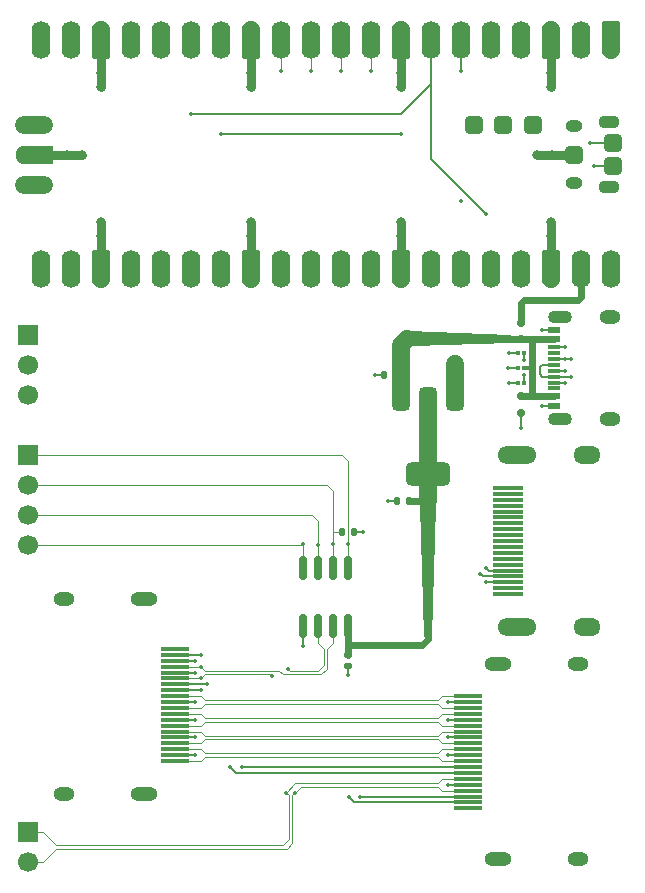
<source format=gbr>
%TF.GenerationSoftware,KiCad,Pcbnew,9.0.1*%
%TF.CreationDate,2025-08-01T22:35:37-04:00*%
%TF.ProjectId,hardwareddc-aux-breakout,68617264-7761-4726-9564-64632d617578,rev?*%
%TF.SameCoordinates,Original*%
%TF.FileFunction,Copper,L1,Top*%
%TF.FilePolarity,Positive*%
%FSLAX46Y46*%
G04 Gerber Fmt 4.6, Leading zero omitted, Abs format (unit mm)*
G04 Created by KiCad (PCBNEW 9.0.1) date 2025-08-01 22:35:37*
%MOMM*%
%LPD*%
G01*
G04 APERTURE LIST*
G04 Aperture macros list*
%AMRoundRect*
0 Rectangle with rounded corners*
0 $1 Rounding radius*
0 $2 $3 $4 $5 $6 $7 $8 $9 X,Y pos of 4 corners*
0 Add a 4 corners polygon primitive as box body*
4,1,4,$2,$3,$4,$5,$6,$7,$8,$9,$2,$3,0*
0 Add four circle primitives for the rounded corners*
1,1,$1+$1,$2,$3*
1,1,$1+$1,$4,$5*
1,1,$1+$1,$6,$7*
1,1,$1+$1,$8,$9*
0 Add four rect primitives between the rounded corners*
20,1,$1+$1,$2,$3,$4,$5,0*
20,1,$1+$1,$4,$5,$6,$7,0*
20,1,$1+$1,$6,$7,$8,$9,0*
20,1,$1+$1,$8,$9,$2,$3,0*%
%AMFreePoly0*
4,1,37,0.800000,0.796148,0.878414,0.796148,1.032228,0.765552,1.177117,0.705537,1.307515,0.618408,1.418408,0.507515,1.505537,0.377117,1.565552,0.232228,1.596148,0.078414,1.596148,-0.078414,1.565552,-0.232228,1.505537,-0.377117,1.418408,-0.507515,1.307515,-0.618408,1.177117,-0.705537,1.032228,-0.765552,0.878414,-0.796148,0.800000,-0.796148,0.800000,-0.800000,-1.400000,-0.800000,
-1.403843,-0.796157,-1.439018,-0.796157,-1.511114,-0.766294,-1.566294,-0.711114,-1.596157,-0.639018,-1.596157,-0.603843,-1.600000,-0.600000,-1.600000,0.600000,-1.596157,0.603843,-1.596157,0.639018,-1.566294,0.711114,-1.511114,0.766294,-1.439018,0.796157,-1.403843,0.796157,-1.400000,0.800000,0.800000,0.800000,0.800000,0.796148,0.800000,0.796148,$1*%
%AMFreePoly1*
4,1,37,1.403843,0.796157,1.439018,0.796157,1.511114,0.766294,1.566294,0.711114,1.596157,0.639018,1.596157,0.603843,1.600000,0.600000,1.600000,-0.600000,1.596157,-0.603843,1.596157,-0.639018,1.566294,-0.711114,1.511114,-0.766294,1.439018,-0.796157,1.403843,-0.796157,1.400000,-0.800000,-0.800000,-0.800000,-0.800000,-0.796148,-0.878414,-0.796148,-1.032228,-0.765552,-1.177117,-0.705537,
-1.307515,-0.618408,-1.418408,-0.507515,-1.505537,-0.377117,-1.565552,-0.232228,-1.596148,-0.078414,-1.596148,0.078414,-1.565552,0.232228,-1.505537,0.377117,-1.418408,0.507515,-1.307515,0.618408,-1.177117,0.705537,-1.032228,0.765552,-0.878414,0.796148,-0.800000,0.796148,-0.800000,0.800000,1.400000,0.800000,1.403843,0.796157,1.403843,0.796157,$1*%
%AMFreePoly2*
4,1,37,1.600000,0.796148,1.678414,0.796148,1.832228,0.765552,1.977117,0.705537,2.107515,0.618408,2.218408,0.507515,2.305537,0.377117,2.365552,0.232228,2.396148,0.078414,2.396148,-0.078414,2.365552,-0.232228,2.305537,-0.377117,2.218408,-0.507515,2.107515,-0.618408,1.977117,-0.705537,1.832228,-0.765552,1.678414,-0.796148,1.600000,-0.796148,1.600000,-0.800000,-0.600000,-0.800000,
-0.603843,-0.796157,-0.639018,-0.796157,-0.711114,-0.766294,-0.766294,-0.711114,-0.796157,-0.639018,-0.796157,-0.603843,-0.800000,-0.600000,-0.800000,0.600000,-0.796157,0.603843,-0.796157,0.639018,-0.766294,0.711114,-0.711114,0.766294,-0.639018,0.796157,-0.603843,0.796157,-0.600000,0.800000,1.600000,0.800000,1.600000,0.796148,1.600000,0.796148,$1*%
G04 Aperture macros list end*
%TA.AperFunction,SMDPad,CuDef*%
%ADD10RoundRect,0.150000X0.200000X-0.150000X0.200000X0.150000X-0.200000X0.150000X-0.200000X-0.150000X0*%
%TD*%
%TA.AperFunction,SMDPad,CuDef*%
%ADD11RoundRect,0.075000X-0.125000X-0.075000X0.125000X-0.075000X0.125000X0.075000X-0.125000X0.075000X0*%
%TD*%
%TA.AperFunction,SMDPad,CuDef*%
%ADD12R,2.387600X0.304800*%
%TD*%
%TA.AperFunction,ComponentPad*%
%ADD13O,2.300000X1.200000*%
%TD*%
%TA.AperFunction,ComponentPad*%
%ADD14O,1.800000X1.200000*%
%TD*%
%TA.AperFunction,SMDPad,CuDef*%
%ADD15RoundRect,0.150000X-0.200000X0.150000X-0.200000X-0.150000X0.200000X-0.150000X0.200000X0.150000X0*%
%TD*%
%TA.AperFunction,ComponentPad*%
%ADD16R,1.700000X1.700000*%
%TD*%
%TA.AperFunction,ComponentPad*%
%ADD17C,1.700000*%
%TD*%
%TA.AperFunction,SMDPad,CuDef*%
%ADD18RoundRect,0.135000X-0.135000X-0.185000X0.135000X-0.185000X0.135000X0.185000X-0.135000X0.185000X0*%
%TD*%
%TA.AperFunction,SMDPad,CuDef*%
%ADD19RoundRect,0.140000X-0.170000X0.140000X-0.170000X-0.140000X0.170000X-0.140000X0.170000X0.140000X0*%
%TD*%
%TA.AperFunction,SMDPad,CuDef*%
%ADD20O,1.800000X1.100000*%
%TD*%
%TA.AperFunction,SMDPad,CuDef*%
%ADD21O,1.450000X1.050000*%
%TD*%
%TA.AperFunction,SMDPad,CuDef*%
%ADD22FreePoly0,270.000000*%
%TD*%
%TA.AperFunction,SMDPad,CuDef*%
%ADD23RoundRect,0.800000X-0.000010X0.800000X-0.000010X-0.800000X0.000010X-0.800000X0.000010X0.800000X0*%
%TD*%
%TA.AperFunction,SMDPad,CuDef*%
%ADD24FreePoly1,270.000000*%
%TD*%
%TA.AperFunction,SMDPad,CuDef*%
%ADD25RoundRect,0.800000X-0.800000X-0.000010X0.800000X-0.000010X0.800000X0.000010X-0.800000X0.000010X0*%
%TD*%
%TA.AperFunction,SMDPad,CuDef*%
%ADD26FreePoly2,180.000000*%
%TD*%
%TA.AperFunction,SMDPad,CuDef*%
%ADD27RoundRect,0.300000X-0.450000X0.450000X-0.450000X-0.450000X0.450000X-0.450000X0.450000X0.450000X0*%
%TD*%
%TA.AperFunction,SMDPad,CuDef*%
%ADD28RoundRect,0.075000X0.125000X0.075000X-0.125000X0.075000X-0.125000X-0.075000X0.125000X-0.075000X0*%
%TD*%
%TA.AperFunction,SMDPad,CuDef*%
%ADD29R,2.600000X0.300000*%
%TD*%
%TA.AperFunction,ComponentPad*%
%ADD30O,3.300000X1.500000*%
%TD*%
%TA.AperFunction,ComponentPad*%
%ADD31O,2.300000X1.500000*%
%TD*%
%TA.AperFunction,SMDPad,CuDef*%
%ADD32RoundRect,0.140000X0.140000X0.170000X-0.140000X0.170000X-0.140000X-0.170000X0.140000X-0.170000X0*%
%TD*%
%TA.AperFunction,SMDPad,CuDef*%
%ADD33RoundRect,0.150000X-0.150000X0.825000X-0.150000X-0.825000X0.150000X-0.825000X0.150000X0.825000X0*%
%TD*%
%TA.AperFunction,SMDPad,CuDef*%
%ADD34R,1.100000X0.550000*%
%TD*%
%TA.AperFunction,SMDPad,CuDef*%
%ADD35R,1.100000X0.300000*%
%TD*%
%TA.AperFunction,ComponentPad*%
%ADD36O,2.000000X1.100000*%
%TD*%
%TA.AperFunction,SMDPad,CuDef*%
%ADD37RoundRect,0.375000X-0.375000X0.625000X-0.375000X-0.625000X0.375000X-0.625000X0.375000X0.625000X0*%
%TD*%
%TA.AperFunction,SMDPad,CuDef*%
%ADD38RoundRect,0.500000X-1.400000X0.500000X-1.400000X-0.500000X1.400000X-0.500000X1.400000X0.500000X0*%
%TD*%
%TA.AperFunction,ViaPad*%
%ADD39C,0.350000*%
%TD*%
%TA.AperFunction,ViaPad*%
%ADD40C,0.800000*%
%TD*%
%TA.AperFunction,ViaPad*%
%ADD41C,1.500000*%
%TD*%
%TA.AperFunction,Conductor*%
%ADD42C,0.200000*%
%TD*%
%TA.AperFunction,Conductor*%
%ADD43C,0.800000*%
%TD*%
%TA.AperFunction,Conductor*%
%ADD44C,1.500000*%
%TD*%
%TA.AperFunction,Conductor*%
%ADD45C,0.600000*%
%TD*%
%TA.AperFunction,Conductor*%
%ADD46C,0.120000*%
%TD*%
%TA.AperFunction,Conductor*%
%ADD47C,0.150000*%
%TD*%
%TA.AperFunction,Conductor*%
%ADD48C,0.300000*%
%TD*%
G04 APERTURE END LIST*
D10*
%TO.P,D2,1,K*%
%TO.N,Net-(A1-VSYS)*%
X144075000Y-76798667D03*
%TO.P,D2,2,A*%
%TO.N,+5V*%
X144075000Y-78198667D03*
%TD*%
D11*
%TO.P,R1,1*%
%TO.N,GND*%
X143825000Y-81848667D03*
%TO.P,R1,2*%
%TO.N,Net-(J2-CC1)*%
X144325000Y-81848667D03*
%TD*%
D12*
%TO.P,J5,1*%
%TO.N,/ML0_P*%
X139532200Y-108400000D03*
%TO.P,J5,2*%
%TO.N,GND*%
X139532200Y-108900000D03*
%TO.P,J5,3*%
%TO.N,/ML0_N*%
X139532200Y-109400000D03*
%TO.P,J5,4*%
%TO.N,/ML1_P*%
X139532200Y-109900000D03*
%TO.P,J5,5*%
%TO.N,GND*%
X139532200Y-110400000D03*
%TO.P,J5,6*%
%TO.N,/ML1_N*%
X139532200Y-110900000D03*
%TO.P,J5,7*%
%TO.N,/ML2_P*%
X139532200Y-111400000D03*
%TO.P,J5,8*%
%TO.N,GND*%
X139532200Y-111900000D03*
%TO.P,J5,9*%
%TO.N,/ML2_N*%
X139532200Y-112400000D03*
%TO.P,J5,10*%
%TO.N,/ML3_P*%
X139532200Y-112900000D03*
%TO.P,J5,11*%
%TO.N,GND*%
X139532200Y-113400000D03*
%TO.P,J5,12*%
%TO.N,/ML3_N*%
X139532200Y-113900000D03*
%TO.P,J5,13*%
%TO.N,Net-(J5-Pad13)*%
X139532200Y-114400000D03*
%TO.P,J5,14*%
%TO.N,Net-(J5-Pad14)*%
X139532200Y-114900000D03*
%TO.P,J5,15*%
%TO.N,/AUX_P*%
X139532200Y-115400000D03*
%TO.P,J5,16*%
%TO.N,GND*%
X139532200Y-115900000D03*
%TO.P,J5,17*%
%TO.N,/AUX_N*%
X139532200Y-116400000D03*
%TO.P,J5,18*%
%TO.N,Net-(J5-Pad18)*%
X139532200Y-116900000D03*
%TO.P,J5,19*%
%TO.N,Net-(J5-Pad19)*%
X139532200Y-117400000D03*
%TO.P,J5,20*%
%TO.N,unconnected-(J5-Pad20)*%
X139532200Y-117900000D03*
D13*
%TO.P,J5,21*%
%TO.N,GND*%
X142128200Y-122155000D03*
%TO.P,J5,22*%
X142128200Y-105645000D03*
D14*
%TO.P,J5,23*%
X148910000Y-122155000D03*
%TO.P,J5,24*%
X148910000Y-105645000D03*
%TD*%
D15*
%TO.P,D1,1,A1*%
%TO.N,GND*%
X144075000Y-84400000D03*
%TO.P,D1,2,A2*%
%TO.N,+5V*%
X144075000Y-83000000D03*
%TD*%
D16*
%TO.P,J3,1,Pin_1*%
%TO.N,/SCL*%
X102300000Y-77850000D03*
D17*
%TO.P,J3,2,Pin_2*%
%TO.N,/SDA*%
X102300000Y-80390000D03*
%TO.P,J3,3,Pin_3*%
%TO.N,GND*%
X102300000Y-82930000D03*
%TD*%
D18*
%TO.P,R3,1*%
%TO.N,/AUX_RE*%
X128895000Y-94500000D03*
%TO.P,R3,2*%
%TO.N,GND*%
X129915000Y-94500000D03*
%TD*%
D16*
%TO.P,J4,1,Pin_1*%
%TO.N,/AUX_P*%
X102300000Y-119875000D03*
D17*
%TO.P,J4,2,Pin_2*%
%TO.N,/AUX_N*%
X102300000Y-122415000D03*
%TD*%
D19*
%TO.P,C2,1*%
%TO.N,+3V3*%
X129405000Y-104880000D03*
%TO.P,C2,2*%
%TO.N,GND*%
X129405000Y-105840000D03*
%TD*%
D20*
%TO.P,A1,*%
%TO.N,*%
X151550000Y-59815000D03*
D21*
X148520000Y-60115000D03*
X148520000Y-64965000D03*
D20*
X151550000Y-65265000D03*
D22*
%TO.P,A1,1,GPIO0*%
%TO.N,unconnected-(A1-GPIO0-Pad1)*%
X151680000Y-52850000D03*
D23*
%TO.P,A1,2,GPIO1*%
%TO.N,unconnected-(A1-GPIO1-Pad2)*%
X149140000Y-52850000D03*
D24*
%TO.P,A1,3,GND*%
%TO.N,GND*%
X146600000Y-52850000D03*
D23*
%TO.P,A1,4,GPIO2*%
%TO.N,unconnected-(A1-GPIO2-Pad4)*%
X144060000Y-52850000D03*
%TO.P,A1,5,GPIO3*%
%TO.N,unconnected-(A1-GPIO3-Pad5)*%
X141520000Y-52850000D03*
%TO.P,A1,6,GPIO4*%
%TO.N,/SDA*%
X138980000Y-52850000D03*
%TO.P,A1,7,GPIO5*%
%TO.N,/SCL*%
X136440000Y-52850000D03*
D24*
%TO.P,A1,8,GND*%
%TO.N,GND*%
X133900000Y-52850000D03*
D23*
%TO.P,A1,9,GPIO6*%
%TO.N,/AUX_R*%
X131360000Y-52850000D03*
%TO.P,A1,10,GPIO7*%
%TO.N,/AUX_RE*%
X128820000Y-52850000D03*
%TO.P,A1,11,GPIO8*%
%TO.N,/AUX_DE*%
X126280000Y-52850000D03*
%TO.P,A1,12,GPIO9*%
%TO.N,/AUX_D*%
X123740000Y-52850000D03*
D24*
%TO.P,A1,13,GND*%
%TO.N,GND*%
X121200000Y-52850000D03*
D23*
%TO.P,A1,14,GPIO10*%
%TO.N,unconnected-(A1-GPIO10-Pad14)*%
X118660000Y-52850000D03*
%TO.P,A1,15,GPIO11*%
%TO.N,unconnected-(A1-GPIO11-Pad15)*%
X116120000Y-52850000D03*
%TO.P,A1,16,GPIO12*%
%TO.N,unconnected-(A1-GPIO12-Pad16)*%
X113580000Y-52850000D03*
%TO.P,A1,17,GPIO13*%
%TO.N,unconnected-(A1-GPIO13-Pad17)*%
X111040000Y-52850000D03*
D24*
%TO.P,A1,18,GND*%
%TO.N,GND*%
X108500000Y-52850000D03*
D23*
%TO.P,A1,19,GPIO14*%
%TO.N,unconnected-(A1-GPIO14-Pad19)*%
X105960000Y-52850000D03*
%TO.P,A1,20,GPIO15*%
%TO.N,unconnected-(A1-GPIO15-Pad20)*%
X103420000Y-52850000D03*
%TO.P,A1,21,GPIO16*%
%TO.N,unconnected-(A1-GPIO16-Pad21)*%
X103420000Y-72230000D03*
%TO.P,A1,22,GPIO17*%
%TO.N,unconnected-(A1-GPIO17-Pad22)*%
X105960000Y-72230000D03*
D22*
%TO.P,A1,23,GND*%
%TO.N,GND*%
X108500000Y-72230000D03*
D23*
%TO.P,A1,24,GPIO18*%
%TO.N,unconnected-(A1-GPIO18-Pad24)*%
X111040000Y-72230000D03*
%TO.P,A1,25,GPIO19*%
%TO.N,unconnected-(A1-GPIO19-Pad25)*%
X113580000Y-72230000D03*
%TO.P,A1,26,GPIO20*%
%TO.N,unconnected-(A1-GPIO20-Pad26)*%
X116120000Y-72230000D03*
%TO.P,A1,27,GPIO21*%
%TO.N,unconnected-(A1-GPIO21-Pad27)*%
X118660000Y-72230000D03*
D22*
%TO.P,A1,28,GND*%
%TO.N,GND*%
X121200000Y-72230000D03*
D23*
%TO.P,A1,29,GPIO22*%
%TO.N,unconnected-(A1-GPIO22-Pad29)*%
X123740000Y-72230000D03*
%TO.P,A1,30,RUN*%
%TO.N,unconnected-(A1-RUN-Pad30)*%
X126280000Y-72230000D03*
%TO.P,A1,31,GPIO26_ADC0*%
%TO.N,unconnected-(A1-GPIO26_ADC0-Pad31)*%
X128820000Y-72230000D03*
%TO.P,A1,32,GPIO27_ADC1*%
%TO.N,unconnected-(A1-GPIO27_ADC1-Pad32)*%
X131360000Y-72230000D03*
D22*
%TO.P,A1,33,AGND*%
%TO.N,GND*%
X133900000Y-72230000D03*
D23*
%TO.P,A1,34,GPIO28_ADC2*%
%TO.N,unconnected-(A1-GPIO28_ADC2-Pad34)*%
X136440000Y-72230000D03*
%TO.P,A1,35,ADC_VREF*%
%TO.N,unconnected-(A1-ADC_VREF-Pad35)*%
X138980000Y-72230000D03*
%TO.P,A1,36,3V3*%
%TO.N,unconnected-(A1-3V3-Pad36)*%
X141520000Y-72230000D03*
%TO.P,A1,37,3V3_EN*%
%TO.N,unconnected-(A1-3V3_EN-Pad37)*%
X144060000Y-72230000D03*
D22*
%TO.P,A1,38,GND*%
%TO.N,GND*%
X146600000Y-72230000D03*
D23*
%TO.P,A1,39,VSYS*%
%TO.N,Net-(A1-VSYS)*%
X149140000Y-72230000D03*
%TO.P,A1,40,VBUS*%
%TO.N,unconnected-(A1-VBUS-Pad40)*%
X151680000Y-72230000D03*
D25*
%TO.P,A1,D1,SWCLK*%
%TO.N,unconnected-(A1-SWCLK-PadD1)*%
X102850000Y-60000000D03*
D26*
%TO.P,A1,D2,GND*%
%TO.N,GND*%
X103650000Y-62540000D03*
D25*
%TO.P,A1,D3,SWDIO*%
%TO.N,unconnected-(A1-SWDIO-PadD3)*%
X102850000Y-65080000D03*
D27*
%TO.P,A1,TP1,USB_GND*%
%TO.N,GND*%
X148550000Y-62540000D03*
%TO.P,A1,TP2,USB_DM*%
%TO.N,/USB_DN*%
X151850000Y-63540000D03*
%TO.P,A1,TP3,USB_DP*%
%TO.N,/USB_DP*%
X151850000Y-61540000D03*
%TO.P,A1,TP4,~{SMPS_PS}*%
%TO.N,unconnected-(A1-~{SMPS_PS}-PadTP4)*%
X145050000Y-60040000D03*
%TO.P,A1,TP5,LED_OUT*%
%TO.N,unconnected-(A1-LED_OUT-PadTP5)*%
X142550000Y-60040000D03*
%TO.P,A1,TP6,~{BOOTSEL}*%
%TO.N,unconnected-(A1-~{BOOTSEL}-PadTP6)*%
X140050000Y-60040000D03*
%TD*%
D11*
%TO.P,R2,1*%
%TO.N,GND*%
X143825000Y-79348974D03*
%TO.P,R2,2*%
%TO.N,Net-(J2-CC2)*%
X144325000Y-79348974D03*
%TD*%
D16*
%TO.P,J1,1,Pin_1*%
%TO.N,/AUX_R*%
X102300000Y-87968000D03*
D17*
%TO.P,J1,2,Pin_2*%
%TO.N,/AUX_RE*%
X102300000Y-90508000D03*
%TO.P,J1,3,Pin_3*%
%TO.N,/AUX_DE*%
X102300000Y-93048000D03*
%TO.P,J1,4,Pin_4*%
%TO.N,/AUX_D*%
X102300000Y-95588000D03*
%TD*%
D28*
%TO.P,C1,1*%
%TO.N,+5V*%
X144325000Y-80598667D03*
%TO.P,C1,2*%
%TO.N,GND*%
X143825000Y-80598667D03*
%TD*%
D29*
%TO.P,J7,1,D2+*%
%TO.N,unconnected-(J7-D2+-Pad1)*%
X142920000Y-90766667D03*
%TO.P,J7,2,D2S*%
%TO.N,unconnected-(J7-D2S-Pad2)*%
X142920000Y-91266667D03*
%TO.P,J7,3,D2-*%
%TO.N,unconnected-(J7-D2--Pad3)*%
X142920000Y-91766667D03*
%TO.P,J7,4,D1+*%
%TO.N,unconnected-(J7-D1+-Pad4)*%
X142920000Y-92266667D03*
%TO.P,J7,5,D1S*%
%TO.N,unconnected-(J7-D1S-Pad5)*%
X142920000Y-92766667D03*
%TO.P,J7,6,D1-*%
%TO.N,unconnected-(J7-D1--Pad6)*%
X142920000Y-93266667D03*
%TO.P,J7,7,D0+*%
%TO.N,unconnected-(J7-D0+-Pad7)*%
X142920000Y-93766667D03*
%TO.P,J7,8,D0S*%
%TO.N,unconnected-(J7-D0S-Pad8)*%
X142920000Y-94266667D03*
%TO.P,J7,9,D0-*%
%TO.N,unconnected-(J7-D0--Pad9)*%
X142920000Y-94766667D03*
%TO.P,J7,10,CK+*%
%TO.N,unconnected-(J7-CK+-Pad10)*%
X142920000Y-95266667D03*
%TO.P,J7,11,CKS*%
%TO.N,unconnected-(J7-CKS-Pad11)*%
X142920000Y-95766667D03*
%TO.P,J7,12,CK-*%
%TO.N,unconnected-(J7-CK--Pad12)*%
X142920000Y-96266667D03*
%TO.P,J7,13,CEC*%
%TO.N,unconnected-(J7-CEC-Pad13)*%
X142920000Y-96766667D03*
%TO.P,J7,14,UTILITY/HEAC+*%
%TO.N,unconnected-(J7-UTILITY{slash}HEAC+-Pad14)*%
X142920000Y-97266667D03*
%TO.P,J7,15,SCL*%
%TO.N,/SCL*%
X142920000Y-97766667D03*
%TO.P,J7,16,SDA*%
%TO.N,/SDA*%
X142920000Y-98266667D03*
%TO.P,J7,17,GND*%
%TO.N,GND*%
X142920000Y-98766667D03*
%TO.P,J7,18,+5V*%
%TO.N,unconnected-(J7-+5V-Pad18)*%
X142920000Y-99266667D03*
%TO.P,J7,19,HPD/HEAC-*%
%TO.N,unconnected-(J7-HPD{slash}HEAC--Pad19)*%
X142920000Y-99766667D03*
D30*
%TO.P,J7,SH,SH*%
%TO.N,GND*%
X143680000Y-102516667D03*
D31*
X149680000Y-102516667D03*
D30*
X143680000Y-88016667D03*
D31*
X149680000Y-88016667D03*
%TD*%
D32*
%TO.P,C3,1*%
%TO.N,+5V*%
X133410000Y-81200000D03*
%TO.P,C3,2*%
%TO.N,GND*%
X132450000Y-81200000D03*
%TD*%
D33*
%TO.P,U1,1,R*%
%TO.N,/AUX_R*%
X129405000Y-97525000D03*
%TO.P,U1,2,~{RE}*%
%TO.N,/AUX_RE*%
X128135000Y-97525000D03*
%TO.P,U1,3,DE*%
%TO.N,/AUX_DE*%
X126865000Y-97525000D03*
%TO.P,U1,4,D*%
%TO.N,/AUX_D*%
X125595000Y-97525000D03*
%TO.P,U1,5,GND*%
%TO.N,GND*%
X125595000Y-102475000D03*
%TO.P,U1,6,A*%
%TO.N,/AUX_P*%
X126865000Y-102475000D03*
%TO.P,U1,7,B*%
%TO.N,/AUX_N*%
X128135000Y-102475000D03*
%TO.P,U1,8,VCC*%
%TO.N,+3V3*%
X129405000Y-102475000D03*
%TD*%
D12*
%TO.P,J6,1*%
%TO.N,/ML3_N*%
X114767800Y-113900000D03*
%TO.P,J6,2*%
%TO.N,GND*%
X114767800Y-113400000D03*
%TO.P,J6,3*%
%TO.N,/ML3_P*%
X114767800Y-112900000D03*
%TO.P,J6,4*%
%TO.N,/ML2_N*%
X114767800Y-112400000D03*
%TO.P,J6,5*%
%TO.N,GND*%
X114767800Y-111900000D03*
%TO.P,J6,6*%
%TO.N,/ML2_P*%
X114767800Y-111400000D03*
%TO.P,J6,7*%
%TO.N,/ML1_N*%
X114767800Y-110900000D03*
%TO.P,J6,8*%
%TO.N,GND*%
X114767800Y-110400000D03*
%TO.P,J6,9*%
%TO.N,/ML1_P*%
X114767800Y-109900000D03*
%TO.P,J6,10*%
%TO.N,/ML0_N*%
X114767800Y-109400000D03*
%TO.P,J6,11*%
%TO.N,GND*%
X114767800Y-108900000D03*
%TO.P,J6,12*%
%TO.N,/ML0_P*%
X114767800Y-108400000D03*
%TO.P,J6,13*%
%TO.N,Net-(J5-Pad13)*%
X114767800Y-107900000D03*
%TO.P,J6,14*%
%TO.N,Net-(J5-Pad14)*%
X114767800Y-107400000D03*
%TO.P,J6,15*%
%TO.N,/AUX_P*%
X114767800Y-106900000D03*
%TO.P,J6,16*%
%TO.N,GND*%
X114767800Y-106400000D03*
%TO.P,J6,17*%
%TO.N,/AUX_N*%
X114767800Y-105900000D03*
%TO.P,J6,18*%
%TO.N,Net-(J5-Pad18)*%
X114767800Y-105400000D03*
%TO.P,J6,19*%
%TO.N,Net-(J5-Pad19)*%
X114767800Y-104900000D03*
%TO.P,J6,20*%
%TO.N,unconnected-(J6-Pad20)*%
X114767800Y-104400000D03*
D13*
%TO.P,J6,21*%
%TO.N,GND*%
X112171800Y-100145000D03*
%TO.P,J6,22*%
X112171800Y-116655000D03*
D14*
%TO.P,J6,23*%
X105390000Y-100145000D03*
%TO.P,J6,24*%
X105390000Y-116655000D03*
%TD*%
D34*
%TO.P,J2,A1,GND*%
%TO.N,GND*%
X146825000Y-83798667D03*
X146825000Y-77398667D03*
%TO.P,J2,A4,VBUS*%
%TO.N,+5V*%
X146825000Y-82998667D03*
X146825000Y-78198667D03*
D35*
%TO.P,J2,A5,CC1*%
%TO.N,Net-(J2-CC1)*%
X146825000Y-81848667D03*
%TO.P,J2,A6,D+*%
%TO.N,/USB_DP*%
X146825000Y-80848667D03*
%TO.P,J2,A7,D-*%
%TO.N,/USB_DN*%
X146825000Y-80348667D03*
%TO.P,J2,A8,SBU1*%
%TO.N,unconnected-(J2-SBU1-PadA8)*%
X146825000Y-79348667D03*
%TO.P,J2,B5,CC2*%
%TO.N,Net-(J2-CC2)*%
X146825000Y-78848667D03*
%TO.P,J2,B6,D+*%
%TO.N,/USB_DP*%
X146825000Y-79848667D03*
%TO.P,J2,B7,D-*%
%TO.N,/USB_DN*%
X146825000Y-81348667D03*
%TO.P,J2,B8,SBU2*%
%TO.N,unconnected-(J2-SBU2-PadB8)*%
X146825000Y-82348667D03*
D36*
%TO.P,J2,S1,SHIELD*%
%TO.N,GND*%
X147375000Y-84923667D03*
D14*
X151575000Y-84923667D03*
D36*
X147375000Y-76273667D03*
D14*
X151575000Y-76273667D03*
%TD*%
D32*
%TO.P,C4,1*%
%TO.N,+3V3*%
X134560000Y-91892667D03*
%TO.P,C4,2*%
%TO.N,GND*%
X133600000Y-91892667D03*
%TD*%
D37*
%TO.P,U2,1,GND*%
%TO.N,GND*%
X138480000Y-83282667D03*
%TO.P,U2,2,VO*%
%TO.N,+3V3*%
X136180000Y-83282667D03*
D38*
X136180000Y-89582667D03*
D37*
%TO.P,U2,3,VI*%
%TO.N,+5V*%
X133880000Y-83282667D03*
%TD*%
D39*
%TO.N,GND*%
X137838400Y-113400000D03*
X116461600Y-108900000D03*
D40*
X133900000Y-56850000D03*
X146600000Y-69430000D03*
D39*
X131680000Y-81200000D03*
X143001333Y-80598667D03*
D40*
X121200000Y-56850000D03*
D39*
X144075000Y-85700000D03*
D40*
X105650000Y-62540000D03*
D39*
X116461600Y-113400000D03*
D40*
X108500000Y-56850000D03*
D39*
X125595000Y-104185000D03*
D40*
X121200000Y-55650000D03*
D39*
X137838400Y-108900000D03*
D40*
X121200000Y-69430000D03*
D39*
X129405000Y-106610000D03*
X116461600Y-110400000D03*
X145825000Y-83798667D03*
D40*
X146650000Y-62540000D03*
D39*
X116461600Y-111900000D03*
D40*
X108500000Y-68230000D03*
X146600000Y-55650000D03*
D39*
X132830000Y-91892667D03*
X130685000Y-94500000D03*
X143055000Y-79348974D03*
D41*
X138480000Y-80282667D03*
D39*
X137838400Y-110400000D03*
X116461600Y-106400000D03*
X143055000Y-81848667D03*
D40*
X121200000Y-68230000D03*
X133900000Y-55650000D03*
D39*
X145835000Y-77398667D03*
D40*
X108500000Y-69430000D03*
X133900000Y-69430000D03*
X108500000Y-55650000D03*
X145450000Y-62540000D03*
X106850000Y-62540000D03*
X146600000Y-68230000D03*
D39*
X137838400Y-115900000D03*
D40*
X133900000Y-68230000D03*
D39*
X137838400Y-111900000D03*
X141120000Y-98766667D03*
D40*
X146600000Y-56850000D03*
D39*
%TO.N,/SDA*%
X118660000Y-60814000D03*
X133900000Y-60814000D03*
X140620000Y-98016667D03*
X138980000Y-55450000D03*
X138980000Y-66450000D03*
%TO.N,/AUX_D*%
X125595000Y-95550000D03*
X123740000Y-55450000D03*
%TO.N,/USB_DP*%
X148325000Y-79848667D03*
X149925000Y-61540000D03*
X147775000Y-79848667D03*
X147775000Y-80848667D03*
%TO.N,/SCL*%
X141120000Y-67590000D03*
X141120000Y-97516667D03*
X116120000Y-59144000D03*
%TO.N,/AUX_R*%
X131360000Y-55450000D03*
X129405000Y-95550000D03*
%TO.N,/AUX_DE*%
X126280000Y-55450000D03*
X126865000Y-95600000D03*
%TO.N,/AUX_RE*%
X128820000Y-55450000D03*
X128135000Y-95550000D03*
%TO.N,Net-(J2-CC1)*%
X147775000Y-81848667D03*
X144325000Y-81223667D03*
%TO.N,Net-(J2-CC2)*%
X147775000Y-78848667D03*
X144325000Y-79973974D03*
%TO.N,/AUX_N*%
X116961600Y-105900000D03*
X124961600Y-116560000D03*
%TO.N,Net-(J5-Pad19)*%
X129461600Y-116900000D03*
X116961600Y-104900000D03*
%TO.N,Net-(J5-Pad18)*%
X116461600Y-105400000D03*
X130461600Y-116900000D03*
%TO.N,/AUX_P*%
X124340000Y-106065000D03*
X116961600Y-106900000D03*
X123020000Y-106735000D03*
X124141600Y-116560000D03*
%TO.N,Net-(J5-Pad14)*%
X119461600Y-114399732D03*
X117461600Y-107400000D03*
%TO.N,Net-(J5-Pad13)*%
X116961600Y-107900000D03*
X120461600Y-114400000D03*
%TO.N,/USB_DN*%
X150275000Y-63540000D03*
X148325000Y-81348667D03*
%TD*%
D42*
%TO.N,GND*%
X129405000Y-105840000D02*
X129405000Y-106610000D01*
X139532200Y-115900000D02*
X137838400Y-115900000D01*
D43*
X108500000Y-52850000D02*
X108500000Y-56850000D01*
D42*
X144075000Y-84400000D02*
X144075000Y-85700000D01*
D44*
X138480000Y-83282667D02*
X138480000Y-80282667D01*
D43*
X121200000Y-72230000D02*
X121200000Y-68230000D01*
X148550000Y-62540000D02*
X145450000Y-62540000D01*
D42*
X114767800Y-113400000D02*
X116461600Y-113400000D01*
X129915000Y-94500000D02*
X130685000Y-94500000D01*
X139532200Y-110400000D02*
X137838400Y-110400000D01*
X142920000Y-98766667D02*
X141120000Y-98766667D01*
X139532200Y-113400000D02*
X137838400Y-113400000D01*
X143825000Y-80598667D02*
X143001333Y-80598667D01*
D43*
X146600000Y-72230000D02*
X146600000Y-68230000D01*
D42*
X114767800Y-108900000D02*
X116461600Y-108900000D01*
X146825000Y-83798667D02*
X145825000Y-83798667D01*
X139532200Y-108900000D02*
X137838400Y-108900000D01*
X114767800Y-111900000D02*
X116461600Y-111900000D01*
X143825000Y-81848667D02*
X143055000Y-81848667D01*
D43*
X103650000Y-62540000D02*
X106850000Y-62540000D01*
D42*
X125595000Y-102475000D02*
X125595000Y-104185000D01*
X114767800Y-110400000D02*
X116461600Y-110400000D01*
D43*
X146600000Y-52850000D02*
X146600000Y-56850000D01*
X133900000Y-52850000D02*
X133900000Y-56850000D01*
X121200000Y-52850000D02*
X121200000Y-56850000D01*
D42*
X133600000Y-91892667D02*
X132830000Y-91892667D01*
X114767800Y-106400000D02*
X116461600Y-106400000D01*
D43*
X108500000Y-72230000D02*
X108500000Y-68230000D01*
D42*
X146825000Y-77398667D02*
X145835000Y-77398667D01*
X132450000Y-81200000D02*
X131680000Y-81200000D01*
D43*
X133900000Y-72230000D02*
X133900000Y-68230000D01*
D42*
X143825000Y-79348974D02*
X143055000Y-79348974D01*
X139532200Y-111900000D02*
X137838400Y-111900000D01*
%TO.N,/SDA*%
X118660000Y-60814000D02*
X133900000Y-60814000D01*
X142920000Y-98266667D02*
X140870000Y-98266667D01*
X138980000Y-52850000D02*
X138980000Y-55450000D01*
X140870000Y-98266667D02*
X140620000Y-98016667D01*
D45*
%TO.N,Net-(A1-VSYS)*%
X149140000Y-72230000D02*
X149140000Y-74577500D01*
X148890000Y-74827500D02*
X144325000Y-74827500D01*
X149140000Y-74577500D02*
X148890000Y-74827500D01*
X144325000Y-74827500D02*
X144075000Y-75077500D01*
X144075000Y-76798667D02*
X144075000Y-75077500D01*
D46*
%TO.N,/AUX_D*%
X123740000Y-52850000D02*
X123740000Y-55450000D01*
X102300000Y-95588000D02*
X125557000Y-95588000D01*
X125595000Y-97525000D02*
X125595000Y-95550000D01*
X125557000Y-95588000D02*
X125595000Y-95550000D01*
D47*
%TO.N,/USB_DP*%
X151850000Y-61540000D02*
X149925000Y-61540000D01*
X147775000Y-79848667D02*
X148325000Y-79848667D01*
X146825000Y-79848667D02*
X147775000Y-79848667D01*
X146825000Y-80848667D02*
X147775000Y-80848667D01*
D42*
%TO.N,/SCL*%
X142920000Y-97766667D02*
X141370000Y-97766667D01*
X136440000Y-52850000D02*
X136440000Y-62910000D01*
X133900000Y-59144000D02*
X136440000Y-56604000D01*
X116120000Y-59144000D02*
X133900000Y-59144000D01*
X141120000Y-67590000D02*
X136440000Y-62910000D01*
X141370000Y-97766667D02*
X141120000Y-97516667D01*
D46*
%TO.N,/AUX_R*%
X128905000Y-87968000D02*
X102300000Y-87968000D01*
X131360000Y-52850000D02*
X131360000Y-55450000D01*
X129405000Y-95550000D02*
X129405000Y-88468000D01*
X129405000Y-97525000D02*
X129405000Y-95550000D01*
X129405000Y-88468000D02*
X128905000Y-87968000D01*
%TO.N,/AUX_DE*%
X126365000Y-93048000D02*
X102300000Y-93048000D01*
X126865000Y-95600000D02*
X126865000Y-93548000D01*
X126865000Y-95600000D02*
X126865000Y-95550000D01*
X126865000Y-93548000D02*
X126365000Y-93048000D01*
X126280000Y-52850000D02*
X126280000Y-55450000D01*
X126865000Y-97525000D02*
X126865000Y-95600000D01*
%TO.N,/AUX_RE*%
X128135000Y-95550000D02*
X128135000Y-94500000D01*
X128135000Y-91008000D02*
X127635000Y-90508000D01*
X128820000Y-52850000D02*
X128820000Y-55450000D01*
X127635000Y-90508000D02*
X102300000Y-90508000D01*
X128135000Y-97525000D02*
X128135000Y-95550000D01*
X128135000Y-94500000D02*
X128135000Y-91008000D01*
X128895000Y-94500000D02*
X128135000Y-94500000D01*
D45*
%TO.N,+3V3*%
X129405000Y-104000000D02*
X129405000Y-104880000D01*
X135680000Y-104075000D02*
X136180000Y-103575000D01*
D42*
X136172667Y-91892667D02*
X136180000Y-91900000D01*
D45*
X129405000Y-104075000D02*
X135680000Y-104075000D01*
D44*
X136180000Y-83282667D02*
X136180000Y-89582667D01*
X136180000Y-89582667D02*
X136180000Y-91900000D01*
D45*
X136180000Y-91900000D02*
X136180000Y-103575000D01*
X129405000Y-102475000D02*
X129405000Y-104000000D01*
X134560000Y-91892667D02*
X136172667Y-91892667D01*
D42*
%TO.N,+5V*%
X144076333Y-82998667D02*
X144075000Y-83000000D01*
X133410000Y-81200000D02*
X133880000Y-81200000D01*
D44*
X133880000Y-81200000D02*
X133880000Y-78698667D01*
D45*
X146825000Y-82998667D02*
X145200000Y-82998667D01*
X134380000Y-78198667D02*
X144075000Y-78198667D01*
X145200000Y-78198667D02*
X144075000Y-78198667D01*
X145200000Y-82998667D02*
X144076333Y-82998667D01*
X145000000Y-82998667D02*
X145000000Y-80600000D01*
X146825000Y-78198667D02*
X145200000Y-78198667D01*
D44*
X133880000Y-83282667D02*
X133880000Y-81200000D01*
D48*
X144325000Y-80598667D02*
X144998667Y-80598667D01*
D44*
X133880000Y-78698667D02*
X134380000Y-78198667D01*
D42*
X145198667Y-80598667D02*
X145200000Y-80600000D01*
D45*
X145000000Y-80600000D02*
X145000000Y-78198667D01*
D42*
%TO.N,Net-(J2-CC1)*%
X146825000Y-81848667D02*
X147775000Y-81848667D01*
X144325000Y-81848667D02*
X144325000Y-81223667D01*
%TO.N,Net-(J2-CC2)*%
X146825000Y-78848667D02*
X147775000Y-78848667D01*
X144325000Y-79348974D02*
X144325000Y-79973974D01*
D46*
%TO.N,/ML3_N*%
X117301600Y-113560000D02*
X116961600Y-113900000D01*
X136994440Y-113560000D02*
X137334440Y-113900000D01*
X114767800Y-113900000D02*
X116961600Y-113900000D01*
X117301600Y-113560000D02*
X136994440Y-113560000D01*
X139532200Y-113900000D02*
X137334440Y-113900000D01*
%TO.N,/ML2_N*%
X117301600Y-112060000D02*
X136998400Y-112060000D01*
X136998400Y-112060000D02*
X137338400Y-112400000D01*
X139532200Y-112400000D02*
X137338400Y-112400000D01*
X116961600Y-112400000D02*
X114767800Y-112400000D01*
X117301600Y-112060000D02*
X116961600Y-112400000D01*
%TO.N,/AUX_N*%
X114767800Y-105900000D02*
X116961600Y-105900000D01*
X125461600Y-116060000D02*
X124961600Y-116560000D01*
X103575001Y-122415000D02*
X104685001Y-121305000D01*
X139532200Y-116400000D02*
X137334311Y-116400000D01*
X128135000Y-102475000D02*
X128135000Y-103937501D01*
X117301600Y-106240000D02*
X116961600Y-105900000D01*
X123880000Y-106561000D02*
X123559000Y-106240000D01*
X127159000Y-106561000D02*
X123880000Y-106561000D01*
X104685001Y-121305000D02*
X124211600Y-121305000D01*
X124961600Y-116560000D02*
X124711600Y-116810000D01*
X124711600Y-120805000D02*
X124211600Y-121305000D01*
X127660000Y-106060000D02*
X127159000Y-106561000D01*
X123559000Y-106240000D02*
X117301600Y-106240000D01*
X137334311Y-116400000D02*
X136994311Y-116060000D01*
X127660000Y-104412501D02*
X127660000Y-106060000D01*
X136994311Y-116060000D02*
X125461600Y-116060000D01*
X102300000Y-122415000D02*
X103575001Y-122415000D01*
X128135000Y-103937501D02*
X127660000Y-104412501D01*
X124711600Y-116810000D02*
X124711600Y-120805000D01*
%TO.N,/ML0_P*%
X117301600Y-108740000D02*
X116961600Y-108400000D01*
X116961600Y-108400000D02*
X114767800Y-108400000D01*
X139532200Y-108400000D02*
X137338400Y-108400000D01*
X137338400Y-108400000D02*
X136998400Y-108740000D01*
X136998400Y-108740000D02*
X117301600Y-108740000D01*
D42*
%TO.N,Net-(J5-Pad19)*%
X114767800Y-104900000D02*
X116961600Y-104900000D01*
X129961600Y-117400000D02*
X129461600Y-116900000D01*
X139532200Y-117400000D02*
X129961600Y-117400000D01*
D46*
%TO.N,/ML2_P*%
X117301600Y-111740000D02*
X136998400Y-111740000D01*
X116961600Y-111400000D02*
X114767800Y-111400000D01*
X139532200Y-111400000D02*
X137338400Y-111400000D01*
X136998400Y-111740000D02*
X137338400Y-111400000D01*
X117301600Y-111740000D02*
X116961600Y-111400000D01*
%TO.N,/ML1_N*%
X137338400Y-110900000D02*
X136998400Y-110560000D01*
X139532200Y-110900000D02*
X137338400Y-110900000D01*
X117301600Y-110560000D02*
X116961600Y-110900000D01*
X116961600Y-110900000D02*
X114767800Y-110900000D01*
X136998400Y-110560000D02*
X117301600Y-110560000D01*
D42*
%TO.N,Net-(J5-Pad18)*%
X114767800Y-105400000D02*
X116461600Y-105400000D01*
X139532200Y-116900000D02*
X130461600Y-116900000D01*
D46*
%TO.N,/ML0_N*%
X137338400Y-109400000D02*
X136998400Y-109060000D01*
X116961600Y-109400000D02*
X114767800Y-109400000D01*
X136998400Y-109060000D02*
X117301600Y-109060000D01*
X117301600Y-109060000D02*
X116961600Y-109400000D01*
X139532200Y-109400000D02*
X137338400Y-109400000D01*
%TO.N,/AUX_P*%
X127340000Y-105740000D02*
X126840000Y-106240000D01*
X117301600Y-106560000D02*
X122845000Y-106560000D01*
X124141600Y-116560000D02*
X124391600Y-116810000D01*
X127340000Y-104412501D02*
X127340000Y-105740000D01*
X124961600Y-115740000D02*
X124141600Y-116560000D01*
X116961600Y-106900000D02*
X117301600Y-106560000D01*
X102300000Y-119875000D02*
X103575001Y-119875000D01*
X123891600Y-120985000D02*
X124391600Y-120485000D01*
X126865000Y-102475000D02*
X126865000Y-103937501D01*
X114767800Y-106900000D02*
X116961600Y-106900000D01*
X124515000Y-106240000D02*
X124340000Y-106065000D01*
X124391600Y-116810000D02*
X124391600Y-120485000D01*
X122845000Y-106560000D02*
X123020000Y-106735000D01*
X136994311Y-115740000D02*
X124961600Y-115740000D01*
X126865000Y-103937501D02*
X127340000Y-104412501D01*
X126840000Y-106240000D02*
X124515000Y-106240000D01*
X104685001Y-120985000D02*
X123891600Y-120985000D01*
X103575001Y-119875000D02*
X104685001Y-120985000D01*
X137334311Y-115400000D02*
X136994311Y-115740000D01*
X139532200Y-115400000D02*
X137334311Y-115400000D01*
D42*
%TO.N,Net-(J5-Pad14)*%
X119461600Y-114399732D02*
X119961600Y-114899732D01*
X137338400Y-114900000D02*
X137338400Y-114899732D01*
X139532200Y-114900000D02*
X137338400Y-114900000D01*
X114767800Y-107400000D02*
X117461600Y-107400000D01*
X119961600Y-114899732D02*
X137338132Y-114899732D01*
X137338132Y-114899732D02*
X137338400Y-114900000D01*
D46*
%TO.N,/ML3_P*%
X117301600Y-113240000D02*
X116961600Y-112900000D01*
X139532200Y-112900000D02*
X137334440Y-112900000D01*
X114767800Y-112900000D02*
X116961600Y-112900000D01*
X117301600Y-113240000D02*
X136994440Y-113240000D01*
X136994440Y-113240000D02*
X137334440Y-112900000D01*
D42*
%TO.N,Net-(J5-Pad13)*%
X114767800Y-107900000D02*
X116961600Y-107900000D01*
X120461600Y-114400000D02*
X139532200Y-114400000D01*
D46*
%TO.N,/ML1_P*%
X136998400Y-110240000D02*
X117301600Y-110240000D01*
X139532200Y-109900000D02*
X137338400Y-109900000D01*
X117301600Y-110240000D02*
X116961600Y-109900000D01*
X116961600Y-109900000D02*
X114767800Y-109900000D01*
X137338400Y-109900000D02*
X136998400Y-110240000D01*
D47*
%TO.N,/USB_DN*%
X145875000Y-81348667D02*
X145675000Y-81148667D01*
X151850000Y-63540000D02*
X150275000Y-63540000D01*
X145675000Y-80548667D02*
X145675000Y-81148667D01*
X145875000Y-80348667D02*
X145675000Y-80548667D01*
X146825000Y-81348667D02*
X148325000Y-81348667D01*
X146825000Y-81348667D02*
X145875000Y-81348667D01*
X146825000Y-80348667D02*
X145875000Y-80348667D01*
%TD*%
%TA.AperFunction,Conductor*%
%TO.N,+3V3*%
G36*
X136808669Y-92209685D02*
G01*
X136854424Y-92262489D01*
X136865556Y-92318292D01*
X136484146Y-103330292D01*
X136462152Y-103396610D01*
X136407796Y-103440510D01*
X136360220Y-103450000D01*
X135999780Y-103450000D01*
X135932741Y-103430315D01*
X135886986Y-103377511D01*
X135875854Y-103330292D01*
X135494444Y-92318292D01*
X135511796Y-92250612D01*
X135562985Y-92203056D01*
X135618370Y-92190000D01*
X136741630Y-92190000D01*
X136808669Y-92209685D01*
G37*
%TD.AperFunction*%
%TD*%
%TA.AperFunction,Conductor*%
%TO.N,+5V*%
G36*
X143108257Y-77830659D02*
G01*
X143174374Y-77853243D01*
X143217787Y-77907988D01*
X143223338Y-77943943D01*
X143227705Y-77948667D01*
X143951000Y-77948667D01*
X144018039Y-77968352D01*
X144063794Y-78021156D01*
X144075000Y-78072667D01*
X144075000Y-78324667D01*
X144055315Y-78391706D01*
X144002511Y-78437461D01*
X143951000Y-78448667D01*
X143227704Y-78448667D01*
X143191609Y-78487713D01*
X143131647Y-78523579D01*
X143103466Y-78527507D01*
X134994105Y-78718024D01*
X134926622Y-78699919D01*
X134879640Y-78648204D01*
X134877080Y-78642578D01*
X134828152Y-78527507D01*
X134446943Y-77630960D01*
X134438827Y-77561565D01*
X134469517Y-77498796D01*
X134529270Y-77462584D01*
X134566454Y-77458558D01*
X143108257Y-77830659D01*
G37*
%TD.AperFunction*%
%TD*%
M02*

</source>
